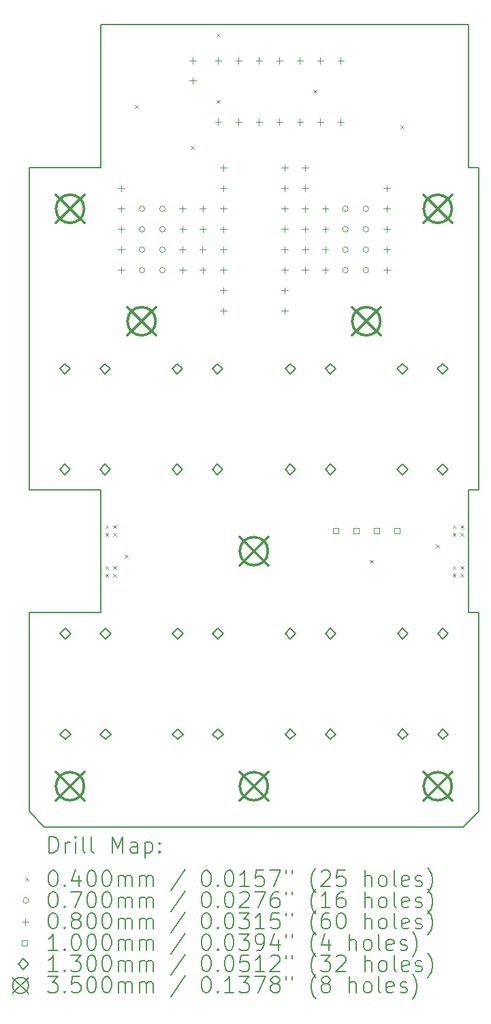
<source format=gbr>
%FSLAX45Y45*%
G04 Gerber Fmt 4.5, Leading zero omitted, Abs format (unit mm)*
G04 Created by KiCad (PCBNEW 6.0.4+dfsg-1+b1) date 2022-05-03 02:33:06*
%MOMM*%
%LPD*%
G01*
G04 APERTURE LIST*
%TA.AperFunction,Profile*%
%ADD10C,0.150000*%
%TD*%
%ADD11C,0.200000*%
%ADD12C,0.040000*%
%ADD13C,0.070000*%
%ADD14C,0.080000*%
%ADD15C,0.100000*%
%ADD16C,0.130000*%
%ADD17C,0.350000*%
G04 APERTURE END LIST*
D10*
X7493000Y-3810000D02*
X7620000Y-3810000D01*
X7620000Y-7810500D01*
X7493000Y-7810500D01*
X7493000Y-9334500D01*
X7620000Y-9334500D01*
X7620000Y-11811000D01*
X7429500Y-12001500D01*
X2222500Y-12001500D01*
X2032000Y-11811000D01*
X2032000Y-9334500D01*
X2921000Y-9334500D01*
X2921000Y-7810500D01*
X2032000Y-7810500D01*
X2032000Y-3810000D01*
X2921000Y-3810000D01*
X2921000Y-2032000D01*
X7493000Y-2032000D01*
X7493000Y-3810000D01*
D11*
D12*
X2978000Y-8248500D02*
X3018000Y-8288500D01*
X3018000Y-8248500D02*
X2978000Y-8288500D01*
X2978000Y-8348500D02*
X3018000Y-8388500D01*
X3018000Y-8348500D02*
X2978000Y-8388500D01*
X2978000Y-8756500D02*
X3018000Y-8796500D01*
X3018000Y-8756500D02*
X2978000Y-8796500D01*
X2978000Y-8856500D02*
X3018000Y-8896500D01*
X3018000Y-8856500D02*
X2978000Y-8896500D01*
X3078000Y-8248500D02*
X3118000Y-8288500D01*
X3118000Y-8248500D02*
X3078000Y-8288500D01*
X3078000Y-8348500D02*
X3118000Y-8388500D01*
X3118000Y-8348500D02*
X3078000Y-8388500D01*
X3078000Y-8756500D02*
X3118000Y-8796500D01*
X3118000Y-8756500D02*
X3078000Y-8796500D01*
X3078000Y-8856500D02*
X3118000Y-8896500D01*
X3118000Y-8856500D02*
X3078000Y-8896500D01*
X3218500Y-8616000D02*
X3258500Y-8656000D01*
X3258500Y-8616000D02*
X3218500Y-8656000D01*
X3345500Y-3028000D02*
X3385500Y-3068000D01*
X3385500Y-3028000D02*
X3345500Y-3068000D01*
X4044000Y-3536000D02*
X4084000Y-3576000D01*
X4084000Y-3536000D02*
X4044000Y-3576000D01*
X4361000Y-2139500D02*
X4401000Y-2179500D01*
X4401000Y-2139500D02*
X4361000Y-2179500D01*
X4361000Y-2965000D02*
X4401000Y-3005000D01*
X4401000Y-2965000D02*
X4361000Y-3005000D01*
X5566500Y-2837500D02*
X5606500Y-2877500D01*
X5606500Y-2837500D02*
X5566500Y-2877500D01*
X6268000Y-8679500D02*
X6308000Y-8719500D01*
X6308000Y-8679500D02*
X6268000Y-8719500D01*
X6649000Y-3282000D02*
X6689000Y-3322000D01*
X6689000Y-3282000D02*
X6649000Y-3322000D01*
X7092000Y-8489000D02*
X7132000Y-8529000D01*
X7132000Y-8489000D02*
X7092000Y-8529000D01*
X7296000Y-8248500D02*
X7336000Y-8288500D01*
X7336000Y-8248500D02*
X7296000Y-8288500D01*
X7296000Y-8348500D02*
X7336000Y-8388500D01*
X7336000Y-8348500D02*
X7296000Y-8388500D01*
X7296000Y-8756500D02*
X7336000Y-8796500D01*
X7336000Y-8756500D02*
X7296000Y-8796500D01*
X7296000Y-8856500D02*
X7336000Y-8896500D01*
X7336000Y-8856500D02*
X7296000Y-8896500D01*
X7396000Y-8248500D02*
X7436000Y-8288500D01*
X7436000Y-8248500D02*
X7396000Y-8288500D01*
X7396000Y-8348500D02*
X7436000Y-8388500D01*
X7436000Y-8348500D02*
X7396000Y-8388500D01*
X7396000Y-8756500D02*
X7436000Y-8796500D01*
X7436000Y-8756500D02*
X7396000Y-8796500D01*
X7396000Y-8856500D02*
X7436000Y-8896500D01*
X7436000Y-8856500D02*
X7396000Y-8896500D01*
D13*
X3469000Y-4318000D02*
G75*
G03*
X3469000Y-4318000I-35000J0D01*
G01*
X3469000Y-4572000D02*
G75*
G03*
X3469000Y-4572000I-35000J0D01*
G01*
X3469000Y-4826000D02*
G75*
G03*
X3469000Y-4826000I-35000J0D01*
G01*
X3469000Y-5080000D02*
G75*
G03*
X3469000Y-5080000I-35000J0D01*
G01*
X3723000Y-4318000D02*
G75*
G03*
X3723000Y-4318000I-35000J0D01*
G01*
X3723000Y-4572000D02*
G75*
G03*
X3723000Y-4572000I-35000J0D01*
G01*
X3723000Y-4826000D02*
G75*
G03*
X3723000Y-4826000I-35000J0D01*
G01*
X3723000Y-5080000D02*
G75*
G03*
X3723000Y-5080000I-35000J0D01*
G01*
X5999000Y-4318000D02*
G75*
G03*
X5999000Y-4318000I-35000J0D01*
G01*
X5999000Y-4572000D02*
G75*
G03*
X5999000Y-4572000I-35000J0D01*
G01*
X5999000Y-4826000D02*
G75*
G03*
X5999000Y-4826000I-35000J0D01*
G01*
X5999000Y-5080000D02*
G75*
G03*
X5999000Y-5080000I-35000J0D01*
G01*
X6253000Y-4318000D02*
G75*
G03*
X6253000Y-4318000I-35000J0D01*
G01*
X6253000Y-4572000D02*
G75*
G03*
X6253000Y-4572000I-35000J0D01*
G01*
X6253000Y-4826000D02*
G75*
G03*
X6253000Y-4826000I-35000J0D01*
G01*
X6253000Y-5080000D02*
G75*
G03*
X6253000Y-5080000I-35000J0D01*
G01*
D14*
X3175000Y-4024000D02*
X3175000Y-4104000D01*
X3135000Y-4064000D02*
X3215000Y-4064000D01*
X3175000Y-4278000D02*
X3175000Y-4358000D01*
X3135000Y-4318000D02*
X3215000Y-4318000D01*
X3175000Y-4532000D02*
X3175000Y-4612000D01*
X3135000Y-4572000D02*
X3215000Y-4572000D01*
X3175000Y-4786000D02*
X3175000Y-4866000D01*
X3135000Y-4826000D02*
X3215000Y-4826000D01*
X3175000Y-5040000D02*
X3175000Y-5120000D01*
X3135000Y-5080000D02*
X3215000Y-5080000D01*
X3937000Y-4786000D02*
X3937000Y-4866000D01*
X3897000Y-4826000D02*
X3977000Y-4826000D01*
X3939000Y-4278000D02*
X3939000Y-4358000D01*
X3899000Y-4318000D02*
X3979000Y-4318000D01*
X3939000Y-5040000D02*
X3939000Y-5120000D01*
X3899000Y-5080000D02*
X3979000Y-5080000D01*
X3941000Y-4532000D02*
X3941000Y-4612000D01*
X3901000Y-4572000D02*
X3981000Y-4572000D01*
X4064000Y-2436500D02*
X4064000Y-2516500D01*
X4024000Y-2476500D02*
X4104000Y-2476500D01*
X4064000Y-2686500D02*
X4064000Y-2766500D01*
X4024000Y-2726500D02*
X4104000Y-2726500D01*
X4187000Y-4786000D02*
X4187000Y-4866000D01*
X4147000Y-4826000D02*
X4227000Y-4826000D01*
X4189000Y-4278000D02*
X4189000Y-4358000D01*
X4149000Y-4318000D02*
X4229000Y-4318000D01*
X4189000Y-5040000D02*
X4189000Y-5120000D01*
X4149000Y-5080000D02*
X4229000Y-5080000D01*
X4191000Y-4532000D02*
X4191000Y-4612000D01*
X4151000Y-4572000D02*
X4231000Y-4572000D01*
X4381000Y-2435500D02*
X4381000Y-2515500D01*
X4341000Y-2475500D02*
X4421000Y-2475500D01*
X4381000Y-3197500D02*
X4381000Y-3277500D01*
X4341000Y-3237500D02*
X4421000Y-3237500D01*
X4445000Y-3770000D02*
X4445000Y-3850000D01*
X4405000Y-3810000D02*
X4485000Y-3810000D01*
X4445000Y-4024000D02*
X4445000Y-4104000D01*
X4405000Y-4064000D02*
X4485000Y-4064000D01*
X4445000Y-4278000D02*
X4445000Y-4358000D01*
X4405000Y-4318000D02*
X4485000Y-4318000D01*
X4445000Y-4532000D02*
X4445000Y-4612000D01*
X4405000Y-4572000D02*
X4485000Y-4572000D01*
X4445000Y-4786000D02*
X4445000Y-4866000D01*
X4405000Y-4826000D02*
X4485000Y-4826000D01*
X4445000Y-5040000D02*
X4445000Y-5120000D01*
X4405000Y-5080000D02*
X4485000Y-5080000D01*
X4445000Y-5294000D02*
X4445000Y-5374000D01*
X4405000Y-5334000D02*
X4485000Y-5334000D01*
X4445000Y-5548000D02*
X4445000Y-5628000D01*
X4405000Y-5588000D02*
X4485000Y-5588000D01*
X4635000Y-2435500D02*
X4635000Y-2515500D01*
X4595000Y-2475500D02*
X4675000Y-2475500D01*
X4635000Y-3197500D02*
X4635000Y-3277500D01*
X4595000Y-3237500D02*
X4675000Y-3237500D01*
X4889000Y-2435500D02*
X4889000Y-2515500D01*
X4849000Y-2475500D02*
X4929000Y-2475500D01*
X4889000Y-3197500D02*
X4889000Y-3277500D01*
X4849000Y-3237500D02*
X4929000Y-3237500D01*
X5143000Y-2435500D02*
X5143000Y-2515500D01*
X5103000Y-2475500D02*
X5183000Y-2475500D01*
X5143000Y-3197500D02*
X5143000Y-3277500D01*
X5103000Y-3237500D02*
X5183000Y-3237500D01*
X5207000Y-3770000D02*
X5207000Y-3850000D01*
X5167000Y-3810000D02*
X5247000Y-3810000D01*
X5207000Y-4024000D02*
X5207000Y-4104000D01*
X5167000Y-4064000D02*
X5247000Y-4064000D01*
X5207000Y-4278000D02*
X5207000Y-4358000D01*
X5167000Y-4318000D02*
X5247000Y-4318000D01*
X5207000Y-4532000D02*
X5207000Y-4612000D01*
X5167000Y-4572000D02*
X5247000Y-4572000D01*
X5207000Y-4786000D02*
X5207000Y-4866000D01*
X5167000Y-4826000D02*
X5247000Y-4826000D01*
X5207000Y-5040000D02*
X5207000Y-5120000D01*
X5167000Y-5080000D02*
X5247000Y-5080000D01*
X5207000Y-5294000D02*
X5207000Y-5374000D01*
X5167000Y-5334000D02*
X5247000Y-5334000D01*
X5207000Y-5548000D02*
X5207000Y-5628000D01*
X5167000Y-5588000D02*
X5247000Y-5588000D01*
X5397000Y-2435500D02*
X5397000Y-2515500D01*
X5357000Y-2475500D02*
X5437000Y-2475500D01*
X5397000Y-3197500D02*
X5397000Y-3277500D01*
X5357000Y-3237500D02*
X5437000Y-3237500D01*
X5461000Y-3770000D02*
X5461000Y-3850000D01*
X5421000Y-3810000D02*
X5501000Y-3810000D01*
X5461000Y-4020000D02*
X5461000Y-4100000D01*
X5421000Y-4060000D02*
X5501000Y-4060000D01*
X5463000Y-4278000D02*
X5463000Y-4358000D01*
X5423000Y-4318000D02*
X5503000Y-4318000D01*
X5463000Y-4532000D02*
X5463000Y-4612000D01*
X5423000Y-4572000D02*
X5503000Y-4572000D01*
X5463000Y-4786000D02*
X5463000Y-4866000D01*
X5423000Y-4826000D02*
X5503000Y-4826000D01*
X5463000Y-5040000D02*
X5463000Y-5120000D01*
X5423000Y-5080000D02*
X5503000Y-5080000D01*
X5651000Y-2435500D02*
X5651000Y-2515500D01*
X5611000Y-2475500D02*
X5691000Y-2475500D01*
X5651000Y-3197500D02*
X5651000Y-3277500D01*
X5611000Y-3237500D02*
X5691000Y-3237500D01*
X5713000Y-4278000D02*
X5713000Y-4358000D01*
X5673000Y-4318000D02*
X5753000Y-4318000D01*
X5713000Y-4532000D02*
X5713000Y-4612000D01*
X5673000Y-4572000D02*
X5753000Y-4572000D01*
X5713000Y-4786000D02*
X5713000Y-4866000D01*
X5673000Y-4826000D02*
X5753000Y-4826000D01*
X5713000Y-5040000D02*
X5713000Y-5120000D01*
X5673000Y-5080000D02*
X5753000Y-5080000D01*
X5905000Y-2435500D02*
X5905000Y-2515500D01*
X5865000Y-2475500D02*
X5945000Y-2475500D01*
X5905000Y-3197500D02*
X5905000Y-3277500D01*
X5865000Y-3237500D02*
X5945000Y-3237500D01*
X6477000Y-4024000D02*
X6477000Y-4104000D01*
X6437000Y-4064000D02*
X6517000Y-4064000D01*
X6477000Y-4278000D02*
X6477000Y-4358000D01*
X6437000Y-4318000D02*
X6517000Y-4318000D01*
X6477000Y-4532000D02*
X6477000Y-4612000D01*
X6437000Y-4572000D02*
X6517000Y-4572000D01*
X6477000Y-4786000D02*
X6477000Y-4866000D01*
X6437000Y-4826000D02*
X6517000Y-4826000D01*
X6477000Y-5040000D02*
X6477000Y-5120000D01*
X6437000Y-5080000D02*
X6517000Y-5080000D01*
D15*
X5876356Y-8353856D02*
X5876356Y-8283144D01*
X5805644Y-8283144D01*
X5805644Y-8353856D01*
X5876356Y-8353856D01*
X6130356Y-8353856D02*
X6130356Y-8283144D01*
X6059644Y-8283144D01*
X6059644Y-8353856D01*
X6130356Y-8353856D01*
X6384356Y-8353856D02*
X6384356Y-8283144D01*
X6313644Y-8283144D01*
X6313644Y-8353856D01*
X6384356Y-8353856D01*
X6638356Y-8353856D02*
X6638356Y-8283144D01*
X6567644Y-8283144D01*
X6567644Y-8353856D01*
X6638356Y-8353856D01*
D16*
X2476500Y-6371500D02*
X2541500Y-6306500D01*
X2476500Y-6241500D01*
X2411500Y-6306500D01*
X2476500Y-6371500D01*
X2476500Y-7621500D02*
X2541500Y-7556500D01*
X2476500Y-7491500D01*
X2411500Y-7556500D01*
X2476500Y-7621500D01*
X2480500Y-9662500D02*
X2545500Y-9597500D01*
X2480500Y-9532500D01*
X2415500Y-9597500D01*
X2480500Y-9662500D01*
X2480500Y-10912500D02*
X2545500Y-10847500D01*
X2480500Y-10782500D01*
X2415500Y-10847500D01*
X2480500Y-10912500D01*
X2976500Y-6371500D02*
X3041500Y-6306500D01*
X2976500Y-6241500D01*
X2911500Y-6306500D01*
X2976500Y-6371500D01*
X2976500Y-7621500D02*
X3041500Y-7556500D01*
X2976500Y-7491500D01*
X2911500Y-7556500D01*
X2976500Y-7621500D01*
X2980500Y-9662500D02*
X3045500Y-9597500D01*
X2980500Y-9532500D01*
X2915500Y-9597500D01*
X2980500Y-9662500D01*
X2980500Y-10912500D02*
X3045500Y-10847500D01*
X2980500Y-10782500D01*
X2915500Y-10847500D01*
X2980500Y-10912500D01*
X3873500Y-6371500D02*
X3938500Y-6306500D01*
X3873500Y-6241500D01*
X3808500Y-6306500D01*
X3873500Y-6371500D01*
X3873500Y-7621500D02*
X3938500Y-7556500D01*
X3873500Y-7491500D01*
X3808500Y-7556500D01*
X3873500Y-7621500D01*
X3877500Y-9662500D02*
X3942500Y-9597500D01*
X3877500Y-9532500D01*
X3812500Y-9597500D01*
X3877500Y-9662500D01*
X3877500Y-10912500D02*
X3942500Y-10847500D01*
X3877500Y-10782500D01*
X3812500Y-10847500D01*
X3877500Y-10912500D01*
X4373500Y-6371500D02*
X4438500Y-6306500D01*
X4373500Y-6241500D01*
X4308500Y-6306500D01*
X4373500Y-6371500D01*
X4373500Y-7621500D02*
X4438500Y-7556500D01*
X4373500Y-7491500D01*
X4308500Y-7556500D01*
X4373500Y-7621500D01*
X4377500Y-9662500D02*
X4442500Y-9597500D01*
X4377500Y-9532500D01*
X4312500Y-9597500D01*
X4377500Y-9662500D01*
X4377500Y-10912500D02*
X4442500Y-10847500D01*
X4377500Y-10782500D01*
X4312500Y-10847500D01*
X4377500Y-10912500D01*
X5278500Y-6371500D02*
X5343500Y-6306500D01*
X5278500Y-6241500D01*
X5213500Y-6306500D01*
X5278500Y-6371500D01*
X5278500Y-7621500D02*
X5343500Y-7556500D01*
X5278500Y-7491500D01*
X5213500Y-7556500D01*
X5278500Y-7621500D01*
X5278500Y-9662500D02*
X5343500Y-9597500D01*
X5278500Y-9532500D01*
X5213500Y-9597500D01*
X5278500Y-9662500D01*
X5278500Y-10912500D02*
X5343500Y-10847500D01*
X5278500Y-10782500D01*
X5213500Y-10847500D01*
X5278500Y-10912500D01*
X5778500Y-6371500D02*
X5843500Y-6306500D01*
X5778500Y-6241500D01*
X5713500Y-6306500D01*
X5778500Y-6371500D01*
X5778500Y-7621500D02*
X5843500Y-7556500D01*
X5778500Y-7491500D01*
X5713500Y-7556500D01*
X5778500Y-7621500D01*
X5778500Y-9662500D02*
X5843500Y-9597500D01*
X5778500Y-9532500D01*
X5713500Y-9597500D01*
X5778500Y-9662500D01*
X5778500Y-10912500D02*
X5843500Y-10847500D01*
X5778500Y-10782500D01*
X5713500Y-10847500D01*
X5778500Y-10912500D01*
X6671500Y-6371500D02*
X6736500Y-6306500D01*
X6671500Y-6241500D01*
X6606500Y-6306500D01*
X6671500Y-6371500D01*
X6671500Y-7621500D02*
X6736500Y-7556500D01*
X6671500Y-7491500D01*
X6606500Y-7556500D01*
X6671500Y-7621500D01*
X6675500Y-9662500D02*
X6740500Y-9597500D01*
X6675500Y-9532500D01*
X6610500Y-9597500D01*
X6675500Y-9662500D01*
X6675500Y-10912500D02*
X6740500Y-10847500D01*
X6675500Y-10782500D01*
X6610500Y-10847500D01*
X6675500Y-10912500D01*
X7171500Y-6371500D02*
X7236500Y-6306500D01*
X7171500Y-6241500D01*
X7106500Y-6306500D01*
X7171500Y-6371500D01*
X7171500Y-7621500D02*
X7236500Y-7556500D01*
X7171500Y-7491500D01*
X7106500Y-7556500D01*
X7171500Y-7621500D01*
X7175500Y-9662500D02*
X7240500Y-9597500D01*
X7175500Y-9532500D01*
X7110500Y-9597500D01*
X7175500Y-9662500D01*
X7175500Y-10912500D02*
X7240500Y-10847500D01*
X7175500Y-10782500D01*
X7110500Y-10847500D01*
X7175500Y-10912500D01*
D17*
X2365000Y-4143000D02*
X2715000Y-4493000D01*
X2715000Y-4143000D02*
X2365000Y-4493000D01*
X2715000Y-4318000D02*
G75*
G03*
X2715000Y-4318000I-175000J0D01*
G01*
X2365000Y-11318500D02*
X2715000Y-11668500D01*
X2715000Y-11318500D02*
X2365000Y-11668500D01*
X2715000Y-11493500D02*
G75*
G03*
X2715000Y-11493500I-175000J0D01*
G01*
X3254000Y-5540000D02*
X3604000Y-5890000D01*
X3604000Y-5540000D02*
X3254000Y-5890000D01*
X3604000Y-5715000D02*
G75*
G03*
X3604000Y-5715000I-175000J0D01*
G01*
X4651000Y-8397500D02*
X5001000Y-8747500D01*
X5001000Y-8397500D02*
X4651000Y-8747500D01*
X5001000Y-8572500D02*
G75*
G03*
X5001000Y-8572500I-175000J0D01*
G01*
X4651000Y-11318500D02*
X5001000Y-11668500D01*
X5001000Y-11318500D02*
X4651000Y-11668500D01*
X5001000Y-11493500D02*
G75*
G03*
X5001000Y-11493500I-175000J0D01*
G01*
X6048000Y-5540000D02*
X6398000Y-5890000D01*
X6398000Y-5540000D02*
X6048000Y-5890000D01*
X6398000Y-5715000D02*
G75*
G03*
X6398000Y-5715000I-175000J0D01*
G01*
X6937000Y-4143000D02*
X7287000Y-4493000D01*
X7287000Y-4143000D02*
X6937000Y-4493000D01*
X7287000Y-4318000D02*
G75*
G03*
X7287000Y-4318000I-175000J0D01*
G01*
X6937000Y-11318500D02*
X7287000Y-11668500D01*
X7287000Y-11318500D02*
X6937000Y-11668500D01*
X7287000Y-11493500D02*
G75*
G03*
X7287000Y-11493500I-175000J0D01*
G01*
D11*
X2282119Y-12319476D02*
X2282119Y-12119476D01*
X2329738Y-12119476D01*
X2358310Y-12129000D01*
X2377357Y-12148048D01*
X2386881Y-12167095D01*
X2396405Y-12205190D01*
X2396405Y-12233762D01*
X2386881Y-12271857D01*
X2377357Y-12290905D01*
X2358310Y-12309952D01*
X2329738Y-12319476D01*
X2282119Y-12319476D01*
X2482119Y-12319476D02*
X2482119Y-12186143D01*
X2482119Y-12224238D02*
X2491643Y-12205190D01*
X2501167Y-12195667D01*
X2520214Y-12186143D01*
X2539262Y-12186143D01*
X2605929Y-12319476D02*
X2605929Y-12186143D01*
X2605929Y-12119476D02*
X2596405Y-12129000D01*
X2605929Y-12138524D01*
X2615452Y-12129000D01*
X2605929Y-12119476D01*
X2605929Y-12138524D01*
X2729738Y-12319476D02*
X2710690Y-12309952D01*
X2701167Y-12290905D01*
X2701167Y-12119476D01*
X2834500Y-12319476D02*
X2815452Y-12309952D01*
X2805928Y-12290905D01*
X2805928Y-12119476D01*
X3063071Y-12319476D02*
X3063071Y-12119476D01*
X3129738Y-12262333D01*
X3196405Y-12119476D01*
X3196405Y-12319476D01*
X3377357Y-12319476D02*
X3377357Y-12214714D01*
X3367833Y-12195667D01*
X3348786Y-12186143D01*
X3310690Y-12186143D01*
X3291643Y-12195667D01*
X3377357Y-12309952D02*
X3358309Y-12319476D01*
X3310690Y-12319476D01*
X3291643Y-12309952D01*
X3282119Y-12290905D01*
X3282119Y-12271857D01*
X3291643Y-12252809D01*
X3310690Y-12243286D01*
X3358309Y-12243286D01*
X3377357Y-12233762D01*
X3472595Y-12186143D02*
X3472595Y-12386143D01*
X3472595Y-12195667D02*
X3491643Y-12186143D01*
X3529738Y-12186143D01*
X3548786Y-12195667D01*
X3558309Y-12205190D01*
X3567833Y-12224238D01*
X3567833Y-12281381D01*
X3558309Y-12300428D01*
X3548786Y-12309952D01*
X3529738Y-12319476D01*
X3491643Y-12319476D01*
X3472595Y-12309952D01*
X3653548Y-12300428D02*
X3663071Y-12309952D01*
X3653548Y-12319476D01*
X3644024Y-12309952D01*
X3653548Y-12300428D01*
X3653548Y-12319476D01*
X3653548Y-12195667D02*
X3663071Y-12205190D01*
X3653548Y-12214714D01*
X3644024Y-12205190D01*
X3653548Y-12195667D01*
X3653548Y-12214714D01*
D12*
X1984500Y-12629000D02*
X2024500Y-12669000D01*
X2024500Y-12629000D02*
X1984500Y-12669000D01*
D11*
X2320214Y-12539476D02*
X2339262Y-12539476D01*
X2358310Y-12549000D01*
X2367833Y-12558524D01*
X2377357Y-12577571D01*
X2386881Y-12615667D01*
X2386881Y-12663286D01*
X2377357Y-12701381D01*
X2367833Y-12720428D01*
X2358310Y-12729952D01*
X2339262Y-12739476D01*
X2320214Y-12739476D01*
X2301167Y-12729952D01*
X2291643Y-12720428D01*
X2282119Y-12701381D01*
X2272595Y-12663286D01*
X2272595Y-12615667D01*
X2282119Y-12577571D01*
X2291643Y-12558524D01*
X2301167Y-12549000D01*
X2320214Y-12539476D01*
X2472595Y-12720428D02*
X2482119Y-12729952D01*
X2472595Y-12739476D01*
X2463071Y-12729952D01*
X2472595Y-12720428D01*
X2472595Y-12739476D01*
X2653548Y-12606143D02*
X2653548Y-12739476D01*
X2605929Y-12529952D02*
X2558310Y-12672809D01*
X2682119Y-12672809D01*
X2796405Y-12539476D02*
X2815452Y-12539476D01*
X2834500Y-12549000D01*
X2844024Y-12558524D01*
X2853548Y-12577571D01*
X2863071Y-12615667D01*
X2863071Y-12663286D01*
X2853548Y-12701381D01*
X2844024Y-12720428D01*
X2834500Y-12729952D01*
X2815452Y-12739476D01*
X2796405Y-12739476D01*
X2777357Y-12729952D01*
X2767833Y-12720428D01*
X2758310Y-12701381D01*
X2748786Y-12663286D01*
X2748786Y-12615667D01*
X2758310Y-12577571D01*
X2767833Y-12558524D01*
X2777357Y-12549000D01*
X2796405Y-12539476D01*
X2986881Y-12539476D02*
X3005928Y-12539476D01*
X3024976Y-12549000D01*
X3034500Y-12558524D01*
X3044024Y-12577571D01*
X3053548Y-12615667D01*
X3053548Y-12663286D01*
X3044024Y-12701381D01*
X3034500Y-12720428D01*
X3024976Y-12729952D01*
X3005928Y-12739476D01*
X2986881Y-12739476D01*
X2967833Y-12729952D01*
X2958309Y-12720428D01*
X2948786Y-12701381D01*
X2939262Y-12663286D01*
X2939262Y-12615667D01*
X2948786Y-12577571D01*
X2958309Y-12558524D01*
X2967833Y-12549000D01*
X2986881Y-12539476D01*
X3139262Y-12739476D02*
X3139262Y-12606143D01*
X3139262Y-12625190D02*
X3148786Y-12615667D01*
X3167833Y-12606143D01*
X3196405Y-12606143D01*
X3215452Y-12615667D01*
X3224976Y-12634714D01*
X3224976Y-12739476D01*
X3224976Y-12634714D02*
X3234500Y-12615667D01*
X3253548Y-12606143D01*
X3282119Y-12606143D01*
X3301167Y-12615667D01*
X3310690Y-12634714D01*
X3310690Y-12739476D01*
X3405928Y-12739476D02*
X3405928Y-12606143D01*
X3405928Y-12625190D02*
X3415452Y-12615667D01*
X3434500Y-12606143D01*
X3463071Y-12606143D01*
X3482119Y-12615667D01*
X3491643Y-12634714D01*
X3491643Y-12739476D01*
X3491643Y-12634714D02*
X3501167Y-12615667D01*
X3520214Y-12606143D01*
X3548786Y-12606143D01*
X3567833Y-12615667D01*
X3577357Y-12634714D01*
X3577357Y-12739476D01*
X3967833Y-12529952D02*
X3796405Y-12787095D01*
X4224976Y-12539476D02*
X4244024Y-12539476D01*
X4263071Y-12549000D01*
X4272595Y-12558524D01*
X4282119Y-12577571D01*
X4291643Y-12615667D01*
X4291643Y-12663286D01*
X4282119Y-12701381D01*
X4272595Y-12720428D01*
X4263071Y-12729952D01*
X4244024Y-12739476D01*
X4224976Y-12739476D01*
X4205929Y-12729952D01*
X4196405Y-12720428D01*
X4186881Y-12701381D01*
X4177357Y-12663286D01*
X4177357Y-12615667D01*
X4186881Y-12577571D01*
X4196405Y-12558524D01*
X4205929Y-12549000D01*
X4224976Y-12539476D01*
X4377357Y-12720428D02*
X4386881Y-12729952D01*
X4377357Y-12739476D01*
X4367833Y-12729952D01*
X4377357Y-12720428D01*
X4377357Y-12739476D01*
X4510690Y-12539476D02*
X4529738Y-12539476D01*
X4548786Y-12549000D01*
X4558310Y-12558524D01*
X4567833Y-12577571D01*
X4577357Y-12615667D01*
X4577357Y-12663286D01*
X4567833Y-12701381D01*
X4558310Y-12720428D01*
X4548786Y-12729952D01*
X4529738Y-12739476D01*
X4510690Y-12739476D01*
X4491643Y-12729952D01*
X4482119Y-12720428D01*
X4472595Y-12701381D01*
X4463071Y-12663286D01*
X4463071Y-12615667D01*
X4472595Y-12577571D01*
X4482119Y-12558524D01*
X4491643Y-12549000D01*
X4510690Y-12539476D01*
X4767833Y-12739476D02*
X4653548Y-12739476D01*
X4710690Y-12739476D02*
X4710690Y-12539476D01*
X4691643Y-12568048D01*
X4672595Y-12587095D01*
X4653548Y-12596619D01*
X4948786Y-12539476D02*
X4853548Y-12539476D01*
X4844024Y-12634714D01*
X4853548Y-12625190D01*
X4872595Y-12615667D01*
X4920214Y-12615667D01*
X4939262Y-12625190D01*
X4948786Y-12634714D01*
X4958310Y-12653762D01*
X4958310Y-12701381D01*
X4948786Y-12720428D01*
X4939262Y-12729952D01*
X4920214Y-12739476D01*
X4872595Y-12739476D01*
X4853548Y-12729952D01*
X4844024Y-12720428D01*
X5024976Y-12539476D02*
X5158310Y-12539476D01*
X5072595Y-12739476D01*
X5224976Y-12539476D02*
X5224976Y-12577571D01*
X5301167Y-12539476D02*
X5301167Y-12577571D01*
X5596405Y-12815667D02*
X5586881Y-12806143D01*
X5567833Y-12777571D01*
X5558310Y-12758524D01*
X5548786Y-12729952D01*
X5539262Y-12682333D01*
X5539262Y-12644238D01*
X5548786Y-12596619D01*
X5558310Y-12568048D01*
X5567833Y-12549000D01*
X5586881Y-12520428D01*
X5596405Y-12510905D01*
X5663071Y-12558524D02*
X5672595Y-12549000D01*
X5691643Y-12539476D01*
X5739262Y-12539476D01*
X5758309Y-12549000D01*
X5767833Y-12558524D01*
X5777357Y-12577571D01*
X5777357Y-12596619D01*
X5767833Y-12625190D01*
X5653548Y-12739476D01*
X5777357Y-12739476D01*
X5958309Y-12539476D02*
X5863071Y-12539476D01*
X5853548Y-12634714D01*
X5863071Y-12625190D01*
X5882119Y-12615667D01*
X5929738Y-12615667D01*
X5948786Y-12625190D01*
X5958309Y-12634714D01*
X5967833Y-12653762D01*
X5967833Y-12701381D01*
X5958309Y-12720428D01*
X5948786Y-12729952D01*
X5929738Y-12739476D01*
X5882119Y-12739476D01*
X5863071Y-12729952D01*
X5853548Y-12720428D01*
X6205928Y-12739476D02*
X6205928Y-12539476D01*
X6291643Y-12739476D02*
X6291643Y-12634714D01*
X6282119Y-12615667D01*
X6263071Y-12606143D01*
X6234500Y-12606143D01*
X6215452Y-12615667D01*
X6205928Y-12625190D01*
X6415452Y-12739476D02*
X6396405Y-12729952D01*
X6386881Y-12720428D01*
X6377357Y-12701381D01*
X6377357Y-12644238D01*
X6386881Y-12625190D01*
X6396405Y-12615667D01*
X6415452Y-12606143D01*
X6444024Y-12606143D01*
X6463071Y-12615667D01*
X6472595Y-12625190D01*
X6482119Y-12644238D01*
X6482119Y-12701381D01*
X6472595Y-12720428D01*
X6463071Y-12729952D01*
X6444024Y-12739476D01*
X6415452Y-12739476D01*
X6596405Y-12739476D02*
X6577357Y-12729952D01*
X6567833Y-12710905D01*
X6567833Y-12539476D01*
X6748786Y-12729952D02*
X6729738Y-12739476D01*
X6691643Y-12739476D01*
X6672595Y-12729952D01*
X6663071Y-12710905D01*
X6663071Y-12634714D01*
X6672595Y-12615667D01*
X6691643Y-12606143D01*
X6729738Y-12606143D01*
X6748786Y-12615667D01*
X6758309Y-12634714D01*
X6758309Y-12653762D01*
X6663071Y-12672809D01*
X6834500Y-12729952D02*
X6853548Y-12739476D01*
X6891643Y-12739476D01*
X6910690Y-12729952D01*
X6920214Y-12710905D01*
X6920214Y-12701381D01*
X6910690Y-12682333D01*
X6891643Y-12672809D01*
X6863071Y-12672809D01*
X6844024Y-12663286D01*
X6834500Y-12644238D01*
X6834500Y-12634714D01*
X6844024Y-12615667D01*
X6863071Y-12606143D01*
X6891643Y-12606143D01*
X6910690Y-12615667D01*
X6986881Y-12815667D02*
X6996405Y-12806143D01*
X7015452Y-12777571D01*
X7024976Y-12758524D01*
X7034500Y-12729952D01*
X7044024Y-12682333D01*
X7044024Y-12644238D01*
X7034500Y-12596619D01*
X7024976Y-12568048D01*
X7015452Y-12549000D01*
X6996405Y-12520428D01*
X6986881Y-12510905D01*
D13*
X2024500Y-12913000D02*
G75*
G03*
X2024500Y-12913000I-35000J0D01*
G01*
D11*
X2320214Y-12803476D02*
X2339262Y-12803476D01*
X2358310Y-12813000D01*
X2367833Y-12822524D01*
X2377357Y-12841571D01*
X2386881Y-12879667D01*
X2386881Y-12927286D01*
X2377357Y-12965381D01*
X2367833Y-12984428D01*
X2358310Y-12993952D01*
X2339262Y-13003476D01*
X2320214Y-13003476D01*
X2301167Y-12993952D01*
X2291643Y-12984428D01*
X2282119Y-12965381D01*
X2272595Y-12927286D01*
X2272595Y-12879667D01*
X2282119Y-12841571D01*
X2291643Y-12822524D01*
X2301167Y-12813000D01*
X2320214Y-12803476D01*
X2472595Y-12984428D02*
X2482119Y-12993952D01*
X2472595Y-13003476D01*
X2463071Y-12993952D01*
X2472595Y-12984428D01*
X2472595Y-13003476D01*
X2548786Y-12803476D02*
X2682119Y-12803476D01*
X2596405Y-13003476D01*
X2796405Y-12803476D02*
X2815452Y-12803476D01*
X2834500Y-12813000D01*
X2844024Y-12822524D01*
X2853548Y-12841571D01*
X2863071Y-12879667D01*
X2863071Y-12927286D01*
X2853548Y-12965381D01*
X2844024Y-12984428D01*
X2834500Y-12993952D01*
X2815452Y-13003476D01*
X2796405Y-13003476D01*
X2777357Y-12993952D01*
X2767833Y-12984428D01*
X2758310Y-12965381D01*
X2748786Y-12927286D01*
X2748786Y-12879667D01*
X2758310Y-12841571D01*
X2767833Y-12822524D01*
X2777357Y-12813000D01*
X2796405Y-12803476D01*
X2986881Y-12803476D02*
X3005928Y-12803476D01*
X3024976Y-12813000D01*
X3034500Y-12822524D01*
X3044024Y-12841571D01*
X3053548Y-12879667D01*
X3053548Y-12927286D01*
X3044024Y-12965381D01*
X3034500Y-12984428D01*
X3024976Y-12993952D01*
X3005928Y-13003476D01*
X2986881Y-13003476D01*
X2967833Y-12993952D01*
X2958309Y-12984428D01*
X2948786Y-12965381D01*
X2939262Y-12927286D01*
X2939262Y-12879667D01*
X2948786Y-12841571D01*
X2958309Y-12822524D01*
X2967833Y-12813000D01*
X2986881Y-12803476D01*
X3139262Y-13003476D02*
X3139262Y-12870143D01*
X3139262Y-12889190D02*
X3148786Y-12879667D01*
X3167833Y-12870143D01*
X3196405Y-12870143D01*
X3215452Y-12879667D01*
X3224976Y-12898714D01*
X3224976Y-13003476D01*
X3224976Y-12898714D02*
X3234500Y-12879667D01*
X3253548Y-12870143D01*
X3282119Y-12870143D01*
X3301167Y-12879667D01*
X3310690Y-12898714D01*
X3310690Y-13003476D01*
X3405928Y-13003476D02*
X3405928Y-12870143D01*
X3405928Y-12889190D02*
X3415452Y-12879667D01*
X3434500Y-12870143D01*
X3463071Y-12870143D01*
X3482119Y-12879667D01*
X3491643Y-12898714D01*
X3491643Y-13003476D01*
X3491643Y-12898714D02*
X3501167Y-12879667D01*
X3520214Y-12870143D01*
X3548786Y-12870143D01*
X3567833Y-12879667D01*
X3577357Y-12898714D01*
X3577357Y-13003476D01*
X3967833Y-12793952D02*
X3796405Y-13051095D01*
X4224976Y-12803476D02*
X4244024Y-12803476D01*
X4263071Y-12813000D01*
X4272595Y-12822524D01*
X4282119Y-12841571D01*
X4291643Y-12879667D01*
X4291643Y-12927286D01*
X4282119Y-12965381D01*
X4272595Y-12984428D01*
X4263071Y-12993952D01*
X4244024Y-13003476D01*
X4224976Y-13003476D01*
X4205929Y-12993952D01*
X4196405Y-12984428D01*
X4186881Y-12965381D01*
X4177357Y-12927286D01*
X4177357Y-12879667D01*
X4186881Y-12841571D01*
X4196405Y-12822524D01*
X4205929Y-12813000D01*
X4224976Y-12803476D01*
X4377357Y-12984428D02*
X4386881Y-12993952D01*
X4377357Y-13003476D01*
X4367833Y-12993952D01*
X4377357Y-12984428D01*
X4377357Y-13003476D01*
X4510690Y-12803476D02*
X4529738Y-12803476D01*
X4548786Y-12813000D01*
X4558310Y-12822524D01*
X4567833Y-12841571D01*
X4577357Y-12879667D01*
X4577357Y-12927286D01*
X4567833Y-12965381D01*
X4558310Y-12984428D01*
X4548786Y-12993952D01*
X4529738Y-13003476D01*
X4510690Y-13003476D01*
X4491643Y-12993952D01*
X4482119Y-12984428D01*
X4472595Y-12965381D01*
X4463071Y-12927286D01*
X4463071Y-12879667D01*
X4472595Y-12841571D01*
X4482119Y-12822524D01*
X4491643Y-12813000D01*
X4510690Y-12803476D01*
X4653548Y-12822524D02*
X4663071Y-12813000D01*
X4682119Y-12803476D01*
X4729738Y-12803476D01*
X4748786Y-12813000D01*
X4758310Y-12822524D01*
X4767833Y-12841571D01*
X4767833Y-12860619D01*
X4758310Y-12889190D01*
X4644024Y-13003476D01*
X4767833Y-13003476D01*
X4834500Y-12803476D02*
X4967833Y-12803476D01*
X4882119Y-13003476D01*
X5129738Y-12803476D02*
X5091643Y-12803476D01*
X5072595Y-12813000D01*
X5063071Y-12822524D01*
X5044024Y-12851095D01*
X5034500Y-12889190D01*
X5034500Y-12965381D01*
X5044024Y-12984428D01*
X5053548Y-12993952D01*
X5072595Y-13003476D01*
X5110690Y-13003476D01*
X5129738Y-12993952D01*
X5139262Y-12984428D01*
X5148786Y-12965381D01*
X5148786Y-12917762D01*
X5139262Y-12898714D01*
X5129738Y-12889190D01*
X5110690Y-12879667D01*
X5072595Y-12879667D01*
X5053548Y-12889190D01*
X5044024Y-12898714D01*
X5034500Y-12917762D01*
X5224976Y-12803476D02*
X5224976Y-12841571D01*
X5301167Y-12803476D02*
X5301167Y-12841571D01*
X5596405Y-13079667D02*
X5586881Y-13070143D01*
X5567833Y-13041571D01*
X5558310Y-13022524D01*
X5548786Y-12993952D01*
X5539262Y-12946333D01*
X5539262Y-12908238D01*
X5548786Y-12860619D01*
X5558310Y-12832048D01*
X5567833Y-12813000D01*
X5586881Y-12784428D01*
X5596405Y-12774905D01*
X5777357Y-13003476D02*
X5663071Y-13003476D01*
X5720214Y-13003476D02*
X5720214Y-12803476D01*
X5701167Y-12832048D01*
X5682119Y-12851095D01*
X5663071Y-12860619D01*
X5948786Y-12803476D02*
X5910690Y-12803476D01*
X5891643Y-12813000D01*
X5882119Y-12822524D01*
X5863071Y-12851095D01*
X5853548Y-12889190D01*
X5853548Y-12965381D01*
X5863071Y-12984428D01*
X5872595Y-12993952D01*
X5891643Y-13003476D01*
X5929738Y-13003476D01*
X5948786Y-12993952D01*
X5958309Y-12984428D01*
X5967833Y-12965381D01*
X5967833Y-12917762D01*
X5958309Y-12898714D01*
X5948786Y-12889190D01*
X5929738Y-12879667D01*
X5891643Y-12879667D01*
X5872595Y-12889190D01*
X5863071Y-12898714D01*
X5853548Y-12917762D01*
X6205928Y-13003476D02*
X6205928Y-12803476D01*
X6291643Y-13003476D02*
X6291643Y-12898714D01*
X6282119Y-12879667D01*
X6263071Y-12870143D01*
X6234500Y-12870143D01*
X6215452Y-12879667D01*
X6205928Y-12889190D01*
X6415452Y-13003476D02*
X6396405Y-12993952D01*
X6386881Y-12984428D01*
X6377357Y-12965381D01*
X6377357Y-12908238D01*
X6386881Y-12889190D01*
X6396405Y-12879667D01*
X6415452Y-12870143D01*
X6444024Y-12870143D01*
X6463071Y-12879667D01*
X6472595Y-12889190D01*
X6482119Y-12908238D01*
X6482119Y-12965381D01*
X6472595Y-12984428D01*
X6463071Y-12993952D01*
X6444024Y-13003476D01*
X6415452Y-13003476D01*
X6596405Y-13003476D02*
X6577357Y-12993952D01*
X6567833Y-12974905D01*
X6567833Y-12803476D01*
X6748786Y-12993952D02*
X6729738Y-13003476D01*
X6691643Y-13003476D01*
X6672595Y-12993952D01*
X6663071Y-12974905D01*
X6663071Y-12898714D01*
X6672595Y-12879667D01*
X6691643Y-12870143D01*
X6729738Y-12870143D01*
X6748786Y-12879667D01*
X6758309Y-12898714D01*
X6758309Y-12917762D01*
X6663071Y-12936809D01*
X6834500Y-12993952D02*
X6853548Y-13003476D01*
X6891643Y-13003476D01*
X6910690Y-12993952D01*
X6920214Y-12974905D01*
X6920214Y-12965381D01*
X6910690Y-12946333D01*
X6891643Y-12936809D01*
X6863071Y-12936809D01*
X6844024Y-12927286D01*
X6834500Y-12908238D01*
X6834500Y-12898714D01*
X6844024Y-12879667D01*
X6863071Y-12870143D01*
X6891643Y-12870143D01*
X6910690Y-12879667D01*
X6986881Y-13079667D02*
X6996405Y-13070143D01*
X7015452Y-13041571D01*
X7024976Y-13022524D01*
X7034500Y-12993952D01*
X7044024Y-12946333D01*
X7044024Y-12908238D01*
X7034500Y-12860619D01*
X7024976Y-12832048D01*
X7015452Y-12813000D01*
X6996405Y-12784428D01*
X6986881Y-12774905D01*
D14*
X1984500Y-13137000D02*
X1984500Y-13217000D01*
X1944500Y-13177000D02*
X2024500Y-13177000D01*
D11*
X2320214Y-13067476D02*
X2339262Y-13067476D01*
X2358310Y-13077000D01*
X2367833Y-13086524D01*
X2377357Y-13105571D01*
X2386881Y-13143667D01*
X2386881Y-13191286D01*
X2377357Y-13229381D01*
X2367833Y-13248428D01*
X2358310Y-13257952D01*
X2339262Y-13267476D01*
X2320214Y-13267476D01*
X2301167Y-13257952D01*
X2291643Y-13248428D01*
X2282119Y-13229381D01*
X2272595Y-13191286D01*
X2272595Y-13143667D01*
X2282119Y-13105571D01*
X2291643Y-13086524D01*
X2301167Y-13077000D01*
X2320214Y-13067476D01*
X2472595Y-13248428D02*
X2482119Y-13257952D01*
X2472595Y-13267476D01*
X2463071Y-13257952D01*
X2472595Y-13248428D01*
X2472595Y-13267476D01*
X2596405Y-13153190D02*
X2577357Y-13143667D01*
X2567833Y-13134143D01*
X2558310Y-13115095D01*
X2558310Y-13105571D01*
X2567833Y-13086524D01*
X2577357Y-13077000D01*
X2596405Y-13067476D01*
X2634500Y-13067476D01*
X2653548Y-13077000D01*
X2663071Y-13086524D01*
X2672595Y-13105571D01*
X2672595Y-13115095D01*
X2663071Y-13134143D01*
X2653548Y-13143667D01*
X2634500Y-13153190D01*
X2596405Y-13153190D01*
X2577357Y-13162714D01*
X2567833Y-13172238D01*
X2558310Y-13191286D01*
X2558310Y-13229381D01*
X2567833Y-13248428D01*
X2577357Y-13257952D01*
X2596405Y-13267476D01*
X2634500Y-13267476D01*
X2653548Y-13257952D01*
X2663071Y-13248428D01*
X2672595Y-13229381D01*
X2672595Y-13191286D01*
X2663071Y-13172238D01*
X2653548Y-13162714D01*
X2634500Y-13153190D01*
X2796405Y-13067476D02*
X2815452Y-13067476D01*
X2834500Y-13077000D01*
X2844024Y-13086524D01*
X2853548Y-13105571D01*
X2863071Y-13143667D01*
X2863071Y-13191286D01*
X2853548Y-13229381D01*
X2844024Y-13248428D01*
X2834500Y-13257952D01*
X2815452Y-13267476D01*
X2796405Y-13267476D01*
X2777357Y-13257952D01*
X2767833Y-13248428D01*
X2758310Y-13229381D01*
X2748786Y-13191286D01*
X2748786Y-13143667D01*
X2758310Y-13105571D01*
X2767833Y-13086524D01*
X2777357Y-13077000D01*
X2796405Y-13067476D01*
X2986881Y-13067476D02*
X3005928Y-13067476D01*
X3024976Y-13077000D01*
X3034500Y-13086524D01*
X3044024Y-13105571D01*
X3053548Y-13143667D01*
X3053548Y-13191286D01*
X3044024Y-13229381D01*
X3034500Y-13248428D01*
X3024976Y-13257952D01*
X3005928Y-13267476D01*
X2986881Y-13267476D01*
X2967833Y-13257952D01*
X2958309Y-13248428D01*
X2948786Y-13229381D01*
X2939262Y-13191286D01*
X2939262Y-13143667D01*
X2948786Y-13105571D01*
X2958309Y-13086524D01*
X2967833Y-13077000D01*
X2986881Y-13067476D01*
X3139262Y-13267476D02*
X3139262Y-13134143D01*
X3139262Y-13153190D02*
X3148786Y-13143667D01*
X3167833Y-13134143D01*
X3196405Y-13134143D01*
X3215452Y-13143667D01*
X3224976Y-13162714D01*
X3224976Y-13267476D01*
X3224976Y-13162714D02*
X3234500Y-13143667D01*
X3253548Y-13134143D01*
X3282119Y-13134143D01*
X3301167Y-13143667D01*
X3310690Y-13162714D01*
X3310690Y-13267476D01*
X3405928Y-13267476D02*
X3405928Y-13134143D01*
X3405928Y-13153190D02*
X3415452Y-13143667D01*
X3434500Y-13134143D01*
X3463071Y-13134143D01*
X3482119Y-13143667D01*
X3491643Y-13162714D01*
X3491643Y-13267476D01*
X3491643Y-13162714D02*
X3501167Y-13143667D01*
X3520214Y-13134143D01*
X3548786Y-13134143D01*
X3567833Y-13143667D01*
X3577357Y-13162714D01*
X3577357Y-13267476D01*
X3967833Y-13057952D02*
X3796405Y-13315095D01*
X4224976Y-13067476D02*
X4244024Y-13067476D01*
X4263071Y-13077000D01*
X4272595Y-13086524D01*
X4282119Y-13105571D01*
X4291643Y-13143667D01*
X4291643Y-13191286D01*
X4282119Y-13229381D01*
X4272595Y-13248428D01*
X4263071Y-13257952D01*
X4244024Y-13267476D01*
X4224976Y-13267476D01*
X4205929Y-13257952D01*
X4196405Y-13248428D01*
X4186881Y-13229381D01*
X4177357Y-13191286D01*
X4177357Y-13143667D01*
X4186881Y-13105571D01*
X4196405Y-13086524D01*
X4205929Y-13077000D01*
X4224976Y-13067476D01*
X4377357Y-13248428D02*
X4386881Y-13257952D01*
X4377357Y-13267476D01*
X4367833Y-13257952D01*
X4377357Y-13248428D01*
X4377357Y-13267476D01*
X4510690Y-13067476D02*
X4529738Y-13067476D01*
X4548786Y-13077000D01*
X4558310Y-13086524D01*
X4567833Y-13105571D01*
X4577357Y-13143667D01*
X4577357Y-13191286D01*
X4567833Y-13229381D01*
X4558310Y-13248428D01*
X4548786Y-13257952D01*
X4529738Y-13267476D01*
X4510690Y-13267476D01*
X4491643Y-13257952D01*
X4482119Y-13248428D01*
X4472595Y-13229381D01*
X4463071Y-13191286D01*
X4463071Y-13143667D01*
X4472595Y-13105571D01*
X4482119Y-13086524D01*
X4491643Y-13077000D01*
X4510690Y-13067476D01*
X4644024Y-13067476D02*
X4767833Y-13067476D01*
X4701167Y-13143667D01*
X4729738Y-13143667D01*
X4748786Y-13153190D01*
X4758310Y-13162714D01*
X4767833Y-13181762D01*
X4767833Y-13229381D01*
X4758310Y-13248428D01*
X4748786Y-13257952D01*
X4729738Y-13267476D01*
X4672595Y-13267476D01*
X4653548Y-13257952D01*
X4644024Y-13248428D01*
X4958310Y-13267476D02*
X4844024Y-13267476D01*
X4901167Y-13267476D02*
X4901167Y-13067476D01*
X4882119Y-13096048D01*
X4863071Y-13115095D01*
X4844024Y-13124619D01*
X5139262Y-13067476D02*
X5044024Y-13067476D01*
X5034500Y-13162714D01*
X5044024Y-13153190D01*
X5063071Y-13143667D01*
X5110690Y-13143667D01*
X5129738Y-13153190D01*
X5139262Y-13162714D01*
X5148786Y-13181762D01*
X5148786Y-13229381D01*
X5139262Y-13248428D01*
X5129738Y-13257952D01*
X5110690Y-13267476D01*
X5063071Y-13267476D01*
X5044024Y-13257952D01*
X5034500Y-13248428D01*
X5224976Y-13067476D02*
X5224976Y-13105571D01*
X5301167Y-13067476D02*
X5301167Y-13105571D01*
X5596405Y-13343667D02*
X5586881Y-13334143D01*
X5567833Y-13305571D01*
X5558310Y-13286524D01*
X5548786Y-13257952D01*
X5539262Y-13210333D01*
X5539262Y-13172238D01*
X5548786Y-13124619D01*
X5558310Y-13096048D01*
X5567833Y-13077000D01*
X5586881Y-13048428D01*
X5596405Y-13038905D01*
X5758309Y-13067476D02*
X5720214Y-13067476D01*
X5701167Y-13077000D01*
X5691643Y-13086524D01*
X5672595Y-13115095D01*
X5663071Y-13153190D01*
X5663071Y-13229381D01*
X5672595Y-13248428D01*
X5682119Y-13257952D01*
X5701167Y-13267476D01*
X5739262Y-13267476D01*
X5758309Y-13257952D01*
X5767833Y-13248428D01*
X5777357Y-13229381D01*
X5777357Y-13181762D01*
X5767833Y-13162714D01*
X5758309Y-13153190D01*
X5739262Y-13143667D01*
X5701167Y-13143667D01*
X5682119Y-13153190D01*
X5672595Y-13162714D01*
X5663071Y-13181762D01*
X5901167Y-13067476D02*
X5920214Y-13067476D01*
X5939262Y-13077000D01*
X5948786Y-13086524D01*
X5958309Y-13105571D01*
X5967833Y-13143667D01*
X5967833Y-13191286D01*
X5958309Y-13229381D01*
X5948786Y-13248428D01*
X5939262Y-13257952D01*
X5920214Y-13267476D01*
X5901167Y-13267476D01*
X5882119Y-13257952D01*
X5872595Y-13248428D01*
X5863071Y-13229381D01*
X5853548Y-13191286D01*
X5853548Y-13143667D01*
X5863071Y-13105571D01*
X5872595Y-13086524D01*
X5882119Y-13077000D01*
X5901167Y-13067476D01*
X6205928Y-13267476D02*
X6205928Y-13067476D01*
X6291643Y-13267476D02*
X6291643Y-13162714D01*
X6282119Y-13143667D01*
X6263071Y-13134143D01*
X6234500Y-13134143D01*
X6215452Y-13143667D01*
X6205928Y-13153190D01*
X6415452Y-13267476D02*
X6396405Y-13257952D01*
X6386881Y-13248428D01*
X6377357Y-13229381D01*
X6377357Y-13172238D01*
X6386881Y-13153190D01*
X6396405Y-13143667D01*
X6415452Y-13134143D01*
X6444024Y-13134143D01*
X6463071Y-13143667D01*
X6472595Y-13153190D01*
X6482119Y-13172238D01*
X6482119Y-13229381D01*
X6472595Y-13248428D01*
X6463071Y-13257952D01*
X6444024Y-13267476D01*
X6415452Y-13267476D01*
X6596405Y-13267476D02*
X6577357Y-13257952D01*
X6567833Y-13238905D01*
X6567833Y-13067476D01*
X6748786Y-13257952D02*
X6729738Y-13267476D01*
X6691643Y-13267476D01*
X6672595Y-13257952D01*
X6663071Y-13238905D01*
X6663071Y-13162714D01*
X6672595Y-13143667D01*
X6691643Y-13134143D01*
X6729738Y-13134143D01*
X6748786Y-13143667D01*
X6758309Y-13162714D01*
X6758309Y-13181762D01*
X6663071Y-13200809D01*
X6834500Y-13257952D02*
X6853548Y-13267476D01*
X6891643Y-13267476D01*
X6910690Y-13257952D01*
X6920214Y-13238905D01*
X6920214Y-13229381D01*
X6910690Y-13210333D01*
X6891643Y-13200809D01*
X6863071Y-13200809D01*
X6844024Y-13191286D01*
X6834500Y-13172238D01*
X6834500Y-13162714D01*
X6844024Y-13143667D01*
X6863071Y-13134143D01*
X6891643Y-13134143D01*
X6910690Y-13143667D01*
X6986881Y-13343667D02*
X6996405Y-13334143D01*
X7015452Y-13305571D01*
X7024976Y-13286524D01*
X7034500Y-13257952D01*
X7044024Y-13210333D01*
X7044024Y-13172238D01*
X7034500Y-13124619D01*
X7024976Y-13096048D01*
X7015452Y-13077000D01*
X6996405Y-13048428D01*
X6986881Y-13038905D01*
D15*
X2009856Y-13476356D02*
X2009856Y-13405644D01*
X1939144Y-13405644D01*
X1939144Y-13476356D01*
X2009856Y-13476356D01*
D11*
X2386881Y-13531476D02*
X2272595Y-13531476D01*
X2329738Y-13531476D02*
X2329738Y-13331476D01*
X2310690Y-13360048D01*
X2291643Y-13379095D01*
X2272595Y-13388619D01*
X2472595Y-13512428D02*
X2482119Y-13521952D01*
X2472595Y-13531476D01*
X2463071Y-13521952D01*
X2472595Y-13512428D01*
X2472595Y-13531476D01*
X2605929Y-13331476D02*
X2624976Y-13331476D01*
X2644024Y-13341000D01*
X2653548Y-13350524D01*
X2663071Y-13369571D01*
X2672595Y-13407667D01*
X2672595Y-13455286D01*
X2663071Y-13493381D01*
X2653548Y-13512428D01*
X2644024Y-13521952D01*
X2624976Y-13531476D01*
X2605929Y-13531476D01*
X2586881Y-13521952D01*
X2577357Y-13512428D01*
X2567833Y-13493381D01*
X2558310Y-13455286D01*
X2558310Y-13407667D01*
X2567833Y-13369571D01*
X2577357Y-13350524D01*
X2586881Y-13341000D01*
X2605929Y-13331476D01*
X2796405Y-13331476D02*
X2815452Y-13331476D01*
X2834500Y-13341000D01*
X2844024Y-13350524D01*
X2853548Y-13369571D01*
X2863071Y-13407667D01*
X2863071Y-13455286D01*
X2853548Y-13493381D01*
X2844024Y-13512428D01*
X2834500Y-13521952D01*
X2815452Y-13531476D01*
X2796405Y-13531476D01*
X2777357Y-13521952D01*
X2767833Y-13512428D01*
X2758310Y-13493381D01*
X2748786Y-13455286D01*
X2748786Y-13407667D01*
X2758310Y-13369571D01*
X2767833Y-13350524D01*
X2777357Y-13341000D01*
X2796405Y-13331476D01*
X2986881Y-13331476D02*
X3005928Y-13331476D01*
X3024976Y-13341000D01*
X3034500Y-13350524D01*
X3044024Y-13369571D01*
X3053548Y-13407667D01*
X3053548Y-13455286D01*
X3044024Y-13493381D01*
X3034500Y-13512428D01*
X3024976Y-13521952D01*
X3005928Y-13531476D01*
X2986881Y-13531476D01*
X2967833Y-13521952D01*
X2958309Y-13512428D01*
X2948786Y-13493381D01*
X2939262Y-13455286D01*
X2939262Y-13407667D01*
X2948786Y-13369571D01*
X2958309Y-13350524D01*
X2967833Y-13341000D01*
X2986881Y-13331476D01*
X3139262Y-13531476D02*
X3139262Y-13398143D01*
X3139262Y-13417190D02*
X3148786Y-13407667D01*
X3167833Y-13398143D01*
X3196405Y-13398143D01*
X3215452Y-13407667D01*
X3224976Y-13426714D01*
X3224976Y-13531476D01*
X3224976Y-13426714D02*
X3234500Y-13407667D01*
X3253548Y-13398143D01*
X3282119Y-13398143D01*
X3301167Y-13407667D01*
X3310690Y-13426714D01*
X3310690Y-13531476D01*
X3405928Y-13531476D02*
X3405928Y-13398143D01*
X3405928Y-13417190D02*
X3415452Y-13407667D01*
X3434500Y-13398143D01*
X3463071Y-13398143D01*
X3482119Y-13407667D01*
X3491643Y-13426714D01*
X3491643Y-13531476D01*
X3491643Y-13426714D02*
X3501167Y-13407667D01*
X3520214Y-13398143D01*
X3548786Y-13398143D01*
X3567833Y-13407667D01*
X3577357Y-13426714D01*
X3577357Y-13531476D01*
X3967833Y-13321952D02*
X3796405Y-13579095D01*
X4224976Y-13331476D02*
X4244024Y-13331476D01*
X4263071Y-13341000D01*
X4272595Y-13350524D01*
X4282119Y-13369571D01*
X4291643Y-13407667D01*
X4291643Y-13455286D01*
X4282119Y-13493381D01*
X4272595Y-13512428D01*
X4263071Y-13521952D01*
X4244024Y-13531476D01*
X4224976Y-13531476D01*
X4205929Y-13521952D01*
X4196405Y-13512428D01*
X4186881Y-13493381D01*
X4177357Y-13455286D01*
X4177357Y-13407667D01*
X4186881Y-13369571D01*
X4196405Y-13350524D01*
X4205929Y-13341000D01*
X4224976Y-13331476D01*
X4377357Y-13512428D02*
X4386881Y-13521952D01*
X4377357Y-13531476D01*
X4367833Y-13521952D01*
X4377357Y-13512428D01*
X4377357Y-13531476D01*
X4510690Y-13331476D02*
X4529738Y-13331476D01*
X4548786Y-13341000D01*
X4558310Y-13350524D01*
X4567833Y-13369571D01*
X4577357Y-13407667D01*
X4577357Y-13455286D01*
X4567833Y-13493381D01*
X4558310Y-13512428D01*
X4548786Y-13521952D01*
X4529738Y-13531476D01*
X4510690Y-13531476D01*
X4491643Y-13521952D01*
X4482119Y-13512428D01*
X4472595Y-13493381D01*
X4463071Y-13455286D01*
X4463071Y-13407667D01*
X4472595Y-13369571D01*
X4482119Y-13350524D01*
X4491643Y-13341000D01*
X4510690Y-13331476D01*
X4644024Y-13331476D02*
X4767833Y-13331476D01*
X4701167Y-13407667D01*
X4729738Y-13407667D01*
X4748786Y-13417190D01*
X4758310Y-13426714D01*
X4767833Y-13445762D01*
X4767833Y-13493381D01*
X4758310Y-13512428D01*
X4748786Y-13521952D01*
X4729738Y-13531476D01*
X4672595Y-13531476D01*
X4653548Y-13521952D01*
X4644024Y-13512428D01*
X4863071Y-13531476D02*
X4901167Y-13531476D01*
X4920214Y-13521952D01*
X4929738Y-13512428D01*
X4948786Y-13483857D01*
X4958310Y-13445762D01*
X4958310Y-13369571D01*
X4948786Y-13350524D01*
X4939262Y-13341000D01*
X4920214Y-13331476D01*
X4882119Y-13331476D01*
X4863071Y-13341000D01*
X4853548Y-13350524D01*
X4844024Y-13369571D01*
X4844024Y-13417190D01*
X4853548Y-13436238D01*
X4863071Y-13445762D01*
X4882119Y-13455286D01*
X4920214Y-13455286D01*
X4939262Y-13445762D01*
X4948786Y-13436238D01*
X4958310Y-13417190D01*
X5129738Y-13398143D02*
X5129738Y-13531476D01*
X5082119Y-13321952D02*
X5034500Y-13464809D01*
X5158310Y-13464809D01*
X5224976Y-13331476D02*
X5224976Y-13369571D01*
X5301167Y-13331476D02*
X5301167Y-13369571D01*
X5596405Y-13607667D02*
X5586881Y-13598143D01*
X5567833Y-13569571D01*
X5558310Y-13550524D01*
X5548786Y-13521952D01*
X5539262Y-13474333D01*
X5539262Y-13436238D01*
X5548786Y-13388619D01*
X5558310Y-13360048D01*
X5567833Y-13341000D01*
X5586881Y-13312428D01*
X5596405Y-13302905D01*
X5758309Y-13398143D02*
X5758309Y-13531476D01*
X5710690Y-13321952D02*
X5663071Y-13464809D01*
X5786881Y-13464809D01*
X6015452Y-13531476D02*
X6015452Y-13331476D01*
X6101167Y-13531476D02*
X6101167Y-13426714D01*
X6091643Y-13407667D01*
X6072595Y-13398143D01*
X6044024Y-13398143D01*
X6024976Y-13407667D01*
X6015452Y-13417190D01*
X6224976Y-13531476D02*
X6205928Y-13521952D01*
X6196405Y-13512428D01*
X6186881Y-13493381D01*
X6186881Y-13436238D01*
X6196405Y-13417190D01*
X6205928Y-13407667D01*
X6224976Y-13398143D01*
X6253548Y-13398143D01*
X6272595Y-13407667D01*
X6282119Y-13417190D01*
X6291643Y-13436238D01*
X6291643Y-13493381D01*
X6282119Y-13512428D01*
X6272595Y-13521952D01*
X6253548Y-13531476D01*
X6224976Y-13531476D01*
X6405928Y-13531476D02*
X6386881Y-13521952D01*
X6377357Y-13502905D01*
X6377357Y-13331476D01*
X6558309Y-13521952D02*
X6539262Y-13531476D01*
X6501167Y-13531476D01*
X6482119Y-13521952D01*
X6472595Y-13502905D01*
X6472595Y-13426714D01*
X6482119Y-13407667D01*
X6501167Y-13398143D01*
X6539262Y-13398143D01*
X6558309Y-13407667D01*
X6567833Y-13426714D01*
X6567833Y-13445762D01*
X6472595Y-13464809D01*
X6644024Y-13521952D02*
X6663071Y-13531476D01*
X6701167Y-13531476D01*
X6720214Y-13521952D01*
X6729738Y-13502905D01*
X6729738Y-13493381D01*
X6720214Y-13474333D01*
X6701167Y-13464809D01*
X6672595Y-13464809D01*
X6653548Y-13455286D01*
X6644024Y-13436238D01*
X6644024Y-13426714D01*
X6653548Y-13407667D01*
X6672595Y-13398143D01*
X6701167Y-13398143D01*
X6720214Y-13407667D01*
X6796405Y-13607667D02*
X6805928Y-13598143D01*
X6824976Y-13569571D01*
X6834500Y-13550524D01*
X6844024Y-13521952D01*
X6853548Y-13474333D01*
X6853548Y-13436238D01*
X6844024Y-13388619D01*
X6834500Y-13360048D01*
X6824976Y-13341000D01*
X6805928Y-13312428D01*
X6796405Y-13302905D01*
D16*
X1959500Y-13770000D02*
X2024500Y-13705000D01*
X1959500Y-13640000D01*
X1894500Y-13705000D01*
X1959500Y-13770000D01*
D11*
X2386881Y-13795476D02*
X2272595Y-13795476D01*
X2329738Y-13795476D02*
X2329738Y-13595476D01*
X2310690Y-13624048D01*
X2291643Y-13643095D01*
X2272595Y-13652619D01*
X2472595Y-13776428D02*
X2482119Y-13785952D01*
X2472595Y-13795476D01*
X2463071Y-13785952D01*
X2472595Y-13776428D01*
X2472595Y-13795476D01*
X2548786Y-13595476D02*
X2672595Y-13595476D01*
X2605929Y-13671667D01*
X2634500Y-13671667D01*
X2653548Y-13681190D01*
X2663071Y-13690714D01*
X2672595Y-13709762D01*
X2672595Y-13757381D01*
X2663071Y-13776428D01*
X2653548Y-13785952D01*
X2634500Y-13795476D01*
X2577357Y-13795476D01*
X2558310Y-13785952D01*
X2548786Y-13776428D01*
X2796405Y-13595476D02*
X2815452Y-13595476D01*
X2834500Y-13605000D01*
X2844024Y-13614524D01*
X2853548Y-13633571D01*
X2863071Y-13671667D01*
X2863071Y-13719286D01*
X2853548Y-13757381D01*
X2844024Y-13776428D01*
X2834500Y-13785952D01*
X2815452Y-13795476D01*
X2796405Y-13795476D01*
X2777357Y-13785952D01*
X2767833Y-13776428D01*
X2758310Y-13757381D01*
X2748786Y-13719286D01*
X2748786Y-13671667D01*
X2758310Y-13633571D01*
X2767833Y-13614524D01*
X2777357Y-13605000D01*
X2796405Y-13595476D01*
X2986881Y-13595476D02*
X3005928Y-13595476D01*
X3024976Y-13605000D01*
X3034500Y-13614524D01*
X3044024Y-13633571D01*
X3053548Y-13671667D01*
X3053548Y-13719286D01*
X3044024Y-13757381D01*
X3034500Y-13776428D01*
X3024976Y-13785952D01*
X3005928Y-13795476D01*
X2986881Y-13795476D01*
X2967833Y-13785952D01*
X2958309Y-13776428D01*
X2948786Y-13757381D01*
X2939262Y-13719286D01*
X2939262Y-13671667D01*
X2948786Y-13633571D01*
X2958309Y-13614524D01*
X2967833Y-13605000D01*
X2986881Y-13595476D01*
X3139262Y-13795476D02*
X3139262Y-13662143D01*
X3139262Y-13681190D02*
X3148786Y-13671667D01*
X3167833Y-13662143D01*
X3196405Y-13662143D01*
X3215452Y-13671667D01*
X3224976Y-13690714D01*
X3224976Y-13795476D01*
X3224976Y-13690714D02*
X3234500Y-13671667D01*
X3253548Y-13662143D01*
X3282119Y-13662143D01*
X3301167Y-13671667D01*
X3310690Y-13690714D01*
X3310690Y-13795476D01*
X3405928Y-13795476D02*
X3405928Y-13662143D01*
X3405928Y-13681190D02*
X3415452Y-13671667D01*
X3434500Y-13662143D01*
X3463071Y-13662143D01*
X3482119Y-13671667D01*
X3491643Y-13690714D01*
X3491643Y-13795476D01*
X3491643Y-13690714D02*
X3501167Y-13671667D01*
X3520214Y-13662143D01*
X3548786Y-13662143D01*
X3567833Y-13671667D01*
X3577357Y-13690714D01*
X3577357Y-13795476D01*
X3967833Y-13585952D02*
X3796405Y-13843095D01*
X4224976Y-13595476D02*
X4244024Y-13595476D01*
X4263071Y-13605000D01*
X4272595Y-13614524D01*
X4282119Y-13633571D01*
X4291643Y-13671667D01*
X4291643Y-13719286D01*
X4282119Y-13757381D01*
X4272595Y-13776428D01*
X4263071Y-13785952D01*
X4244024Y-13795476D01*
X4224976Y-13795476D01*
X4205929Y-13785952D01*
X4196405Y-13776428D01*
X4186881Y-13757381D01*
X4177357Y-13719286D01*
X4177357Y-13671667D01*
X4186881Y-13633571D01*
X4196405Y-13614524D01*
X4205929Y-13605000D01*
X4224976Y-13595476D01*
X4377357Y-13776428D02*
X4386881Y-13785952D01*
X4377357Y-13795476D01*
X4367833Y-13785952D01*
X4377357Y-13776428D01*
X4377357Y-13795476D01*
X4510690Y-13595476D02*
X4529738Y-13595476D01*
X4548786Y-13605000D01*
X4558310Y-13614524D01*
X4567833Y-13633571D01*
X4577357Y-13671667D01*
X4577357Y-13719286D01*
X4567833Y-13757381D01*
X4558310Y-13776428D01*
X4548786Y-13785952D01*
X4529738Y-13795476D01*
X4510690Y-13795476D01*
X4491643Y-13785952D01*
X4482119Y-13776428D01*
X4472595Y-13757381D01*
X4463071Y-13719286D01*
X4463071Y-13671667D01*
X4472595Y-13633571D01*
X4482119Y-13614524D01*
X4491643Y-13605000D01*
X4510690Y-13595476D01*
X4758310Y-13595476D02*
X4663071Y-13595476D01*
X4653548Y-13690714D01*
X4663071Y-13681190D01*
X4682119Y-13671667D01*
X4729738Y-13671667D01*
X4748786Y-13681190D01*
X4758310Y-13690714D01*
X4767833Y-13709762D01*
X4767833Y-13757381D01*
X4758310Y-13776428D01*
X4748786Y-13785952D01*
X4729738Y-13795476D01*
X4682119Y-13795476D01*
X4663071Y-13785952D01*
X4653548Y-13776428D01*
X4958310Y-13795476D02*
X4844024Y-13795476D01*
X4901167Y-13795476D02*
X4901167Y-13595476D01*
X4882119Y-13624048D01*
X4863071Y-13643095D01*
X4844024Y-13652619D01*
X5034500Y-13614524D02*
X5044024Y-13605000D01*
X5063071Y-13595476D01*
X5110690Y-13595476D01*
X5129738Y-13605000D01*
X5139262Y-13614524D01*
X5148786Y-13633571D01*
X5148786Y-13652619D01*
X5139262Y-13681190D01*
X5024976Y-13795476D01*
X5148786Y-13795476D01*
X5224976Y-13595476D02*
X5224976Y-13633571D01*
X5301167Y-13595476D02*
X5301167Y-13633571D01*
X5596405Y-13871667D02*
X5586881Y-13862143D01*
X5567833Y-13833571D01*
X5558310Y-13814524D01*
X5548786Y-13785952D01*
X5539262Y-13738333D01*
X5539262Y-13700238D01*
X5548786Y-13652619D01*
X5558310Y-13624048D01*
X5567833Y-13605000D01*
X5586881Y-13576428D01*
X5596405Y-13566905D01*
X5653548Y-13595476D02*
X5777357Y-13595476D01*
X5710690Y-13671667D01*
X5739262Y-13671667D01*
X5758309Y-13681190D01*
X5767833Y-13690714D01*
X5777357Y-13709762D01*
X5777357Y-13757381D01*
X5767833Y-13776428D01*
X5758309Y-13785952D01*
X5739262Y-13795476D01*
X5682119Y-13795476D01*
X5663071Y-13785952D01*
X5653548Y-13776428D01*
X5853548Y-13614524D02*
X5863071Y-13605000D01*
X5882119Y-13595476D01*
X5929738Y-13595476D01*
X5948786Y-13605000D01*
X5958309Y-13614524D01*
X5967833Y-13633571D01*
X5967833Y-13652619D01*
X5958309Y-13681190D01*
X5844024Y-13795476D01*
X5967833Y-13795476D01*
X6205928Y-13795476D02*
X6205928Y-13595476D01*
X6291643Y-13795476D02*
X6291643Y-13690714D01*
X6282119Y-13671667D01*
X6263071Y-13662143D01*
X6234500Y-13662143D01*
X6215452Y-13671667D01*
X6205928Y-13681190D01*
X6415452Y-13795476D02*
X6396405Y-13785952D01*
X6386881Y-13776428D01*
X6377357Y-13757381D01*
X6377357Y-13700238D01*
X6386881Y-13681190D01*
X6396405Y-13671667D01*
X6415452Y-13662143D01*
X6444024Y-13662143D01*
X6463071Y-13671667D01*
X6472595Y-13681190D01*
X6482119Y-13700238D01*
X6482119Y-13757381D01*
X6472595Y-13776428D01*
X6463071Y-13785952D01*
X6444024Y-13795476D01*
X6415452Y-13795476D01*
X6596405Y-13795476D02*
X6577357Y-13785952D01*
X6567833Y-13766905D01*
X6567833Y-13595476D01*
X6748786Y-13785952D02*
X6729738Y-13795476D01*
X6691643Y-13795476D01*
X6672595Y-13785952D01*
X6663071Y-13766905D01*
X6663071Y-13690714D01*
X6672595Y-13671667D01*
X6691643Y-13662143D01*
X6729738Y-13662143D01*
X6748786Y-13671667D01*
X6758309Y-13690714D01*
X6758309Y-13709762D01*
X6663071Y-13728809D01*
X6834500Y-13785952D02*
X6853548Y-13795476D01*
X6891643Y-13795476D01*
X6910690Y-13785952D01*
X6920214Y-13766905D01*
X6920214Y-13757381D01*
X6910690Y-13738333D01*
X6891643Y-13728809D01*
X6863071Y-13728809D01*
X6844024Y-13719286D01*
X6834500Y-13700238D01*
X6834500Y-13690714D01*
X6844024Y-13671667D01*
X6863071Y-13662143D01*
X6891643Y-13662143D01*
X6910690Y-13671667D01*
X6986881Y-13871667D02*
X6996405Y-13862143D01*
X7015452Y-13833571D01*
X7024976Y-13814524D01*
X7034500Y-13785952D01*
X7044024Y-13738333D01*
X7044024Y-13700238D01*
X7034500Y-13652619D01*
X7024976Y-13624048D01*
X7015452Y-13605000D01*
X6996405Y-13576428D01*
X6986881Y-13566905D01*
X1824500Y-13869000D02*
X2024500Y-14069000D01*
X2024500Y-13869000D02*
X1824500Y-14069000D01*
X2024500Y-13969000D02*
G75*
G03*
X2024500Y-13969000I-100000J0D01*
G01*
X2263071Y-13859476D02*
X2386881Y-13859476D01*
X2320214Y-13935667D01*
X2348786Y-13935667D01*
X2367833Y-13945190D01*
X2377357Y-13954714D01*
X2386881Y-13973762D01*
X2386881Y-14021381D01*
X2377357Y-14040428D01*
X2367833Y-14049952D01*
X2348786Y-14059476D01*
X2291643Y-14059476D01*
X2272595Y-14049952D01*
X2263071Y-14040428D01*
X2472595Y-14040428D02*
X2482119Y-14049952D01*
X2472595Y-14059476D01*
X2463071Y-14049952D01*
X2472595Y-14040428D01*
X2472595Y-14059476D01*
X2663071Y-13859476D02*
X2567833Y-13859476D01*
X2558310Y-13954714D01*
X2567833Y-13945190D01*
X2586881Y-13935667D01*
X2634500Y-13935667D01*
X2653548Y-13945190D01*
X2663071Y-13954714D01*
X2672595Y-13973762D01*
X2672595Y-14021381D01*
X2663071Y-14040428D01*
X2653548Y-14049952D01*
X2634500Y-14059476D01*
X2586881Y-14059476D01*
X2567833Y-14049952D01*
X2558310Y-14040428D01*
X2796405Y-13859476D02*
X2815452Y-13859476D01*
X2834500Y-13869000D01*
X2844024Y-13878524D01*
X2853548Y-13897571D01*
X2863071Y-13935667D01*
X2863071Y-13983286D01*
X2853548Y-14021381D01*
X2844024Y-14040428D01*
X2834500Y-14049952D01*
X2815452Y-14059476D01*
X2796405Y-14059476D01*
X2777357Y-14049952D01*
X2767833Y-14040428D01*
X2758310Y-14021381D01*
X2748786Y-13983286D01*
X2748786Y-13935667D01*
X2758310Y-13897571D01*
X2767833Y-13878524D01*
X2777357Y-13869000D01*
X2796405Y-13859476D01*
X2986881Y-13859476D02*
X3005928Y-13859476D01*
X3024976Y-13869000D01*
X3034500Y-13878524D01*
X3044024Y-13897571D01*
X3053548Y-13935667D01*
X3053548Y-13983286D01*
X3044024Y-14021381D01*
X3034500Y-14040428D01*
X3024976Y-14049952D01*
X3005928Y-14059476D01*
X2986881Y-14059476D01*
X2967833Y-14049952D01*
X2958309Y-14040428D01*
X2948786Y-14021381D01*
X2939262Y-13983286D01*
X2939262Y-13935667D01*
X2948786Y-13897571D01*
X2958309Y-13878524D01*
X2967833Y-13869000D01*
X2986881Y-13859476D01*
X3139262Y-14059476D02*
X3139262Y-13926143D01*
X3139262Y-13945190D02*
X3148786Y-13935667D01*
X3167833Y-13926143D01*
X3196405Y-13926143D01*
X3215452Y-13935667D01*
X3224976Y-13954714D01*
X3224976Y-14059476D01*
X3224976Y-13954714D02*
X3234500Y-13935667D01*
X3253548Y-13926143D01*
X3282119Y-13926143D01*
X3301167Y-13935667D01*
X3310690Y-13954714D01*
X3310690Y-14059476D01*
X3405928Y-14059476D02*
X3405928Y-13926143D01*
X3405928Y-13945190D02*
X3415452Y-13935667D01*
X3434500Y-13926143D01*
X3463071Y-13926143D01*
X3482119Y-13935667D01*
X3491643Y-13954714D01*
X3491643Y-14059476D01*
X3491643Y-13954714D02*
X3501167Y-13935667D01*
X3520214Y-13926143D01*
X3548786Y-13926143D01*
X3567833Y-13935667D01*
X3577357Y-13954714D01*
X3577357Y-14059476D01*
X3967833Y-13849952D02*
X3796405Y-14107095D01*
X4224976Y-13859476D02*
X4244024Y-13859476D01*
X4263071Y-13869000D01*
X4272595Y-13878524D01*
X4282119Y-13897571D01*
X4291643Y-13935667D01*
X4291643Y-13983286D01*
X4282119Y-14021381D01*
X4272595Y-14040428D01*
X4263071Y-14049952D01*
X4244024Y-14059476D01*
X4224976Y-14059476D01*
X4205929Y-14049952D01*
X4196405Y-14040428D01*
X4186881Y-14021381D01*
X4177357Y-13983286D01*
X4177357Y-13935667D01*
X4186881Y-13897571D01*
X4196405Y-13878524D01*
X4205929Y-13869000D01*
X4224976Y-13859476D01*
X4377357Y-14040428D02*
X4386881Y-14049952D01*
X4377357Y-14059476D01*
X4367833Y-14049952D01*
X4377357Y-14040428D01*
X4377357Y-14059476D01*
X4577357Y-14059476D02*
X4463071Y-14059476D01*
X4520214Y-14059476D02*
X4520214Y-13859476D01*
X4501167Y-13888048D01*
X4482119Y-13907095D01*
X4463071Y-13916619D01*
X4644024Y-13859476D02*
X4767833Y-13859476D01*
X4701167Y-13935667D01*
X4729738Y-13935667D01*
X4748786Y-13945190D01*
X4758310Y-13954714D01*
X4767833Y-13973762D01*
X4767833Y-14021381D01*
X4758310Y-14040428D01*
X4748786Y-14049952D01*
X4729738Y-14059476D01*
X4672595Y-14059476D01*
X4653548Y-14049952D01*
X4644024Y-14040428D01*
X4834500Y-13859476D02*
X4967833Y-13859476D01*
X4882119Y-14059476D01*
X5072595Y-13945190D02*
X5053548Y-13935667D01*
X5044024Y-13926143D01*
X5034500Y-13907095D01*
X5034500Y-13897571D01*
X5044024Y-13878524D01*
X5053548Y-13869000D01*
X5072595Y-13859476D01*
X5110690Y-13859476D01*
X5129738Y-13869000D01*
X5139262Y-13878524D01*
X5148786Y-13897571D01*
X5148786Y-13907095D01*
X5139262Y-13926143D01*
X5129738Y-13935667D01*
X5110690Y-13945190D01*
X5072595Y-13945190D01*
X5053548Y-13954714D01*
X5044024Y-13964238D01*
X5034500Y-13983286D01*
X5034500Y-14021381D01*
X5044024Y-14040428D01*
X5053548Y-14049952D01*
X5072595Y-14059476D01*
X5110690Y-14059476D01*
X5129738Y-14049952D01*
X5139262Y-14040428D01*
X5148786Y-14021381D01*
X5148786Y-13983286D01*
X5139262Y-13964238D01*
X5129738Y-13954714D01*
X5110690Y-13945190D01*
X5224976Y-13859476D02*
X5224976Y-13897571D01*
X5301167Y-13859476D02*
X5301167Y-13897571D01*
X5596405Y-14135667D02*
X5586881Y-14126143D01*
X5567833Y-14097571D01*
X5558310Y-14078524D01*
X5548786Y-14049952D01*
X5539262Y-14002333D01*
X5539262Y-13964238D01*
X5548786Y-13916619D01*
X5558310Y-13888048D01*
X5567833Y-13869000D01*
X5586881Y-13840428D01*
X5596405Y-13830905D01*
X5701167Y-13945190D02*
X5682119Y-13935667D01*
X5672595Y-13926143D01*
X5663071Y-13907095D01*
X5663071Y-13897571D01*
X5672595Y-13878524D01*
X5682119Y-13869000D01*
X5701167Y-13859476D01*
X5739262Y-13859476D01*
X5758309Y-13869000D01*
X5767833Y-13878524D01*
X5777357Y-13897571D01*
X5777357Y-13907095D01*
X5767833Y-13926143D01*
X5758309Y-13935667D01*
X5739262Y-13945190D01*
X5701167Y-13945190D01*
X5682119Y-13954714D01*
X5672595Y-13964238D01*
X5663071Y-13983286D01*
X5663071Y-14021381D01*
X5672595Y-14040428D01*
X5682119Y-14049952D01*
X5701167Y-14059476D01*
X5739262Y-14059476D01*
X5758309Y-14049952D01*
X5767833Y-14040428D01*
X5777357Y-14021381D01*
X5777357Y-13983286D01*
X5767833Y-13964238D01*
X5758309Y-13954714D01*
X5739262Y-13945190D01*
X6015452Y-14059476D02*
X6015452Y-13859476D01*
X6101167Y-14059476D02*
X6101167Y-13954714D01*
X6091643Y-13935667D01*
X6072595Y-13926143D01*
X6044024Y-13926143D01*
X6024976Y-13935667D01*
X6015452Y-13945190D01*
X6224976Y-14059476D02*
X6205928Y-14049952D01*
X6196405Y-14040428D01*
X6186881Y-14021381D01*
X6186881Y-13964238D01*
X6196405Y-13945190D01*
X6205928Y-13935667D01*
X6224976Y-13926143D01*
X6253548Y-13926143D01*
X6272595Y-13935667D01*
X6282119Y-13945190D01*
X6291643Y-13964238D01*
X6291643Y-14021381D01*
X6282119Y-14040428D01*
X6272595Y-14049952D01*
X6253548Y-14059476D01*
X6224976Y-14059476D01*
X6405928Y-14059476D02*
X6386881Y-14049952D01*
X6377357Y-14030905D01*
X6377357Y-13859476D01*
X6558309Y-14049952D02*
X6539262Y-14059476D01*
X6501167Y-14059476D01*
X6482119Y-14049952D01*
X6472595Y-14030905D01*
X6472595Y-13954714D01*
X6482119Y-13935667D01*
X6501167Y-13926143D01*
X6539262Y-13926143D01*
X6558309Y-13935667D01*
X6567833Y-13954714D01*
X6567833Y-13973762D01*
X6472595Y-13992809D01*
X6644024Y-14049952D02*
X6663071Y-14059476D01*
X6701167Y-14059476D01*
X6720214Y-14049952D01*
X6729738Y-14030905D01*
X6729738Y-14021381D01*
X6720214Y-14002333D01*
X6701167Y-13992809D01*
X6672595Y-13992809D01*
X6653548Y-13983286D01*
X6644024Y-13964238D01*
X6644024Y-13954714D01*
X6653548Y-13935667D01*
X6672595Y-13926143D01*
X6701167Y-13926143D01*
X6720214Y-13935667D01*
X6796405Y-14135667D02*
X6805928Y-14126143D01*
X6824976Y-14097571D01*
X6834500Y-14078524D01*
X6844024Y-14049952D01*
X6853548Y-14002333D01*
X6853548Y-13964238D01*
X6844024Y-13916619D01*
X6834500Y-13888048D01*
X6824976Y-13869000D01*
X6805928Y-13840428D01*
X6796405Y-13830905D01*
M02*

</source>
